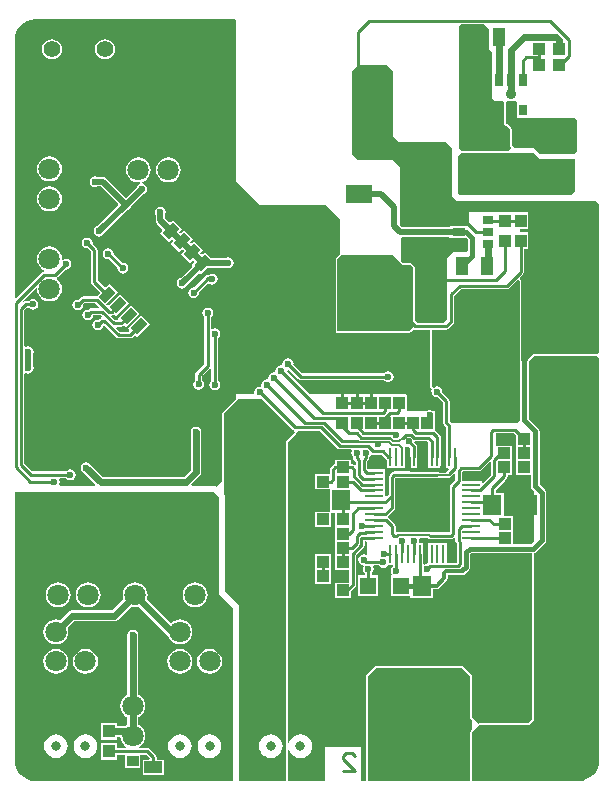
<source format=gbl>
%FSLAX44Y44*%
%MOMM*%
G71*
G01*
G75*
G04 Layer_Physical_Order=2*
G04 Layer_Color=16711680*
%ADD10C,0.4000*%
%ADD11C,0.2540*%
%ADD12R,1.1500X0.7000*%
%ADD13R,0.7000X1.1500*%
%ADD14R,1.0000X1.1000*%
%ADD15R,5.3300X5.5900*%
%ADD16R,6.3500X5.2800*%
%ADD17R,1.1000X1.0000*%
G04:AMPARAMS|DCode=18|XSize=1mm|YSize=1.1mm|CornerRadius=0mm|HoleSize=0mm|Usage=FLASHONLY|Rotation=45.000|XOffset=0mm|YOffset=0mm|HoleType=Round|Shape=Rectangle|*
%AMROTATEDRECTD18*
4,1,4,0.0354,-0.7425,-0.7425,0.0354,-0.0354,0.7425,0.7425,-0.0354,0.0354,-0.7425,0.0*
%
%ADD18ROTATEDRECTD18*%

G04:AMPARAMS|DCode=19|XSize=1mm|YSize=1.1mm|CornerRadius=0mm|HoleSize=0mm|Usage=FLASHONLY|Rotation=135.000|XOffset=0mm|YOffset=0mm|HoleType=Round|Shape=Rectangle|*
%AMROTATEDRECTD19*
4,1,4,0.7425,0.0354,-0.0354,-0.7425,-0.7425,-0.0354,0.0354,0.7425,0.7425,0.0354,0.0*
%
%ADD19ROTATEDRECTD19*%

G04:AMPARAMS|DCode=20|XSize=0.5mm|YSize=1.2mm|CornerRadius=0mm|HoleSize=0mm|Usage=FLASHONLY|Rotation=135.000|XOffset=0mm|YOffset=0mm|HoleType=Round|Shape=Rectangle|*
%AMROTATEDRECTD20*
4,1,4,0.6010,0.2475,-0.2475,-0.6010,-0.6010,-0.2475,0.2475,0.6010,0.6010,0.2475,0.0*
%
%ADD20ROTATEDRECTD20*%

G04:AMPARAMS|DCode=21|XSize=0.5mm|YSize=1.2mm|CornerRadius=0mm|HoleSize=0mm|Usage=FLASHONLY|Rotation=225.000|XOffset=0mm|YOffset=0mm|HoleType=Round|Shape=Rectangle|*
%AMROTATEDRECTD21*
4,1,4,-0.2475,0.6010,0.6010,-0.2475,0.2475,-0.6010,-0.6010,0.2475,-0.2475,0.6010,0.0*
%
%ADD21ROTATEDRECTD21*%

%ADD22O,0.8000X3.0000*%
%ADD23R,0.7620X1.0100*%
%ADD24R,2.2870X1.0100*%
%ADD25R,1.8000X3.7000*%
%ADD26R,0.6000X1.8000*%
G04:AMPARAMS|DCode=27|XSize=0.6mm|YSize=1.8mm|CornerRadius=0.15mm|HoleSize=0mm|Usage=FLASHONLY|Rotation=0.000|XOffset=0mm|YOffset=0mm|HoleType=Round|Shape=RoundedRectangle|*
%AMROUNDEDRECTD27*
21,1,0.6000,1.5000,0,0,0.0*
21,1,0.3000,1.8000,0,0,0.0*
1,1,0.3000,0.1500,-0.7500*
1,1,0.3000,-0.1500,-0.7500*
1,1,0.3000,-0.1500,0.7500*
1,1,0.3000,0.1500,0.7500*
%
%ADD27ROUNDEDRECTD27*%
%ADD28R,1.1000X1.5000*%
%ADD29R,0.6000X0.9000*%
%ADD30C,0.6000*%
%ADD31C,0.4500*%
%ADD32C,1.0000*%
%ADD33C,0.5000*%
%ADD34C,0.1500*%
%ADD35C,0.8000*%
%ADD36C,1.8000*%
%ADD37R,1.8000X1.8000*%
%ADD38R,1.4000X1.4000*%
%ADD39C,1.4000*%
%ADD40C,1.7000*%
%ADD41R,1.8000X1.8000*%
%ADD42P,1.9799X4X360.0*%
%ADD43P,1.9799X4X90.0*%
%ADD44C,0.6000*%
%ADD45C,1.0000*%
%ADD46C,0.9000*%
%ADD47R,1.4000X1.3900*%
%ADD48R,4.8600X3.3600*%
%ADD49R,1.5000X1.0000*%
%ADD50R,1.0000X0.9000*%
%ADD51R,1.6000X1.8000*%
%ADD52O,1.5500X0.2500*%
%ADD53R,1.5500X0.2500*%
%ADD54R,0.2500X1.5500*%
%ADD55R,4.6000X4.6000*%
G04:AMPARAMS|DCode=56|XSize=0.76mm|YSize=1.27mm|CornerRadius=0mm|HoleSize=0mm|Usage=FLASHONLY|Rotation=315.000|XOffset=0mm|YOffset=0mm|HoleType=Round|Shape=Rectangle|*
%AMROTATEDRECTD56*
4,1,4,-0.7177,-0.1803,0.1803,0.7177,0.7177,0.1803,-0.1803,-0.7177,-0.7177,-0.1803,0.0*
%
%ADD56ROTATEDRECTD56*%

%ADD57R,2.2000X1.6000*%
%ADD58R,2.0000X3.5000*%
%ADD59R,0.9000X0.6900*%
%ADD60R,0.9900X0.6900*%
%ADD61R,0.6900X0.9000*%
%ADD62R,0.6900X0.9900*%
%ADD63R,1.4000X1.4000*%
%ADD64R,1.6000X2.9000*%
%ADD65R,1.5000X1.1000*%
%ADD66R,1.8000X1.6000*%
%ADD67R,2.9000X1.6000*%
%ADD68R,3.8100X4.2400*%
%ADD69C,0.1600*%
%ADD70C,0.1800*%
%ADD71C,0.3000*%
G36*
X322820Y603500D02*
Y548500D01*
X327820Y543500D01*
X367820D01*
X372820Y538500D01*
Y531500D01*
Y497500D01*
X376820Y493500D01*
X383820D01*
D01*
X494500Y493500D01*
X497294Y490706D01*
Y365294D01*
X495624Y363624D01*
X442000D01*
X440852Y363148D01*
X436852Y359148D01*
X436376Y358000D01*
X431624Y358000D01*
Y425731D01*
Y425731D01*
X431427Y426207D01*
X431148Y426879D01*
X431148D01*
Y426879D01*
X430606Y427421D01*
X430485Y428618D01*
X430531Y428970D01*
X432940Y431380D01*
X433818Y433500D01*
Y453000D01*
X437320D01*
Y467000D01*
X430000D01*
Y470000D01*
X437320D01*
Y484000D01*
X411320D01*
Y484000D01*
X386820D01*
Y474500D01*
X385820Y473500D01*
X384820Y472500D01*
X370820D01*
X369898Y471578D01*
X330509D01*
X328820Y473268D01*
Y508500D01*
Y522500D01*
X322820Y528500D01*
X292820D01*
Y528500D01*
X287820Y533500D01*
Y603500D01*
X292820Y608500D01*
X317820D01*
X322820Y603500D01*
D02*
G37*
G36*
X276003Y284003D02*
X276919Y283391D01*
X278000Y283176D01*
X287363D01*
X287962Y282056D01*
X287761Y281756D01*
X287412Y280000D01*
X287761Y278244D01*
X288756Y276756D01*
X289176Y276475D01*
Y276000D01*
X289176Y276000D01*
X289391Y274919D01*
X290003Y274003D01*
X291176Y272830D01*
Y270478D01*
X290471Y270186D01*
X289906Y270058D01*
X289081Y270609D01*
X288000Y270824D01*
X287500Y271902D01*
Y274500D01*
X273500D01*
Y270725D01*
X272919Y270609D01*
X272003Y269997D01*
X272003Y269997D01*
X270003Y267997D01*
X269391Y267081D01*
X269176Y266000D01*
X269176Y266000D01*
Y262500D01*
X256500D01*
Y249500D01*
X269500D01*
Y230500D01*
X256500D01*
Y217500D01*
X270500D01*
Y229500D01*
X273500D01*
Y217500D01*
Y205500D01*
X273500D01*
Y194500D01*
X273500D01*
Y181500D01*
X285946D01*
Y170500D01*
X273500D01*
Y157500D01*
X287500D01*
Y163506D01*
X290767Y166773D01*
X290767Y166773D01*
X291379Y167689D01*
X291594Y168770D01*
X291594Y168770D01*
Y193887D01*
X298037Y200329D01*
X298037Y200329D01*
X298649Y201246D01*
X298864Y202327D01*
X298864Y202327D01*
Y205676D01*
X300211D01*
X301103Y204772D01*
X300986Y194894D01*
X299935Y194225D01*
X299708Y194249D01*
X298000Y194588D01*
X296244Y194239D01*
X294756Y193244D01*
X293761Y191756D01*
X293412Y190000D01*
X293761Y188244D01*
X294756Y186756D01*
X296244Y185761D01*
X297418Y185528D01*
X298057Y184274D01*
X298060Y184203D01*
X297761Y183756D01*
X297412Y182000D01*
X297761Y180244D01*
X298756Y178755D01*
X299176Y178475D01*
Y176500D01*
X293500D01*
Y159500D01*
X299660D01*
X300000Y159156D01*
Y159500D01*
X310500D01*
Y176500D01*
X304824D01*
Y178475D01*
X305244Y178755D01*
X306239Y180244D01*
X306588Y182000D01*
X306239Y183756D01*
X306038Y184056D01*
X306637Y185176D01*
X310891D01*
X311506Y184256D01*
X312994Y183261D01*
X314750Y182912D01*
X316506Y183261D01*
X317994Y184256D01*
X318989Y185744D01*
X318990Y185750D01*
X322676D01*
Y184025D01*
X322256Y183744D01*
X321261Y182256D01*
X320912Y180500D01*
X321261Y178744D01*
X321912Y177770D01*
X321500Y176500D01*
X321500D01*
X321500Y176500D01*
Y159500D01*
X337500D01*
Y157500D01*
X356500D01*
Y164941D01*
X360000D01*
X360000Y164941D01*
X361170Y165174D01*
X362163Y165837D01*
X368163Y171837D01*
X368163Y171837D01*
X368826Y172830D01*
X369059Y174000D01*
X369059Y174000D01*
Y176975D01*
X369235Y177151D01*
X380136D01*
X381267Y176926D01*
X382730Y177217D01*
X383970Y178046D01*
X387244Y181320D01*
X388073Y182560D01*
X388363Y184023D01*
Y194416D01*
X389374Y195427D01*
X440376D01*
Y54672D01*
X437327Y51624D01*
X396000Y51624D01*
X394852Y51148D01*
X393954Y52046D01*
X390228Y55772D01*
X390000Y56323D01*
Y90095D01*
X390000Y91327D01*
Y92000D01*
X390000Y92000D01*
X389572Y92428D01*
X389507Y92493D01*
X386000Y96000D01*
X382476Y99524D01*
X382476D01*
X382000Y100000D01*
X308000D01*
X300000Y92000D01*
X300000Y2549D01*
X296898D01*
X296000Y3447D01*
X296000Y31000D01*
X265000Y31000D01*
X265000Y2549D01*
X233624D01*
Y28808D01*
X234894Y29061D01*
X235765Y26957D01*
X237368Y24868D01*
X239457Y23265D01*
X241889Y22257D01*
X244500Y21914D01*
X247111Y22257D01*
X249543Y23265D01*
X251632Y24868D01*
X253235Y26957D01*
X254243Y29390D01*
X254586Y32000D01*
X254243Y34611D01*
X253235Y37043D01*
X251632Y39132D01*
X249543Y40735D01*
X247111Y41743D01*
X244500Y42086D01*
X241889Y41743D01*
X239457Y40735D01*
X237368Y39132D01*
X235765Y37043D01*
X234894Y34939D01*
X233624Y35192D01*
Y95357D01*
X233560Y95511D01*
X233592Y95674D01*
X233567Y95800D01*
X233592Y95926D01*
X233560Y96089D01*
X233624Y96243D01*
Y111357D01*
X233560Y111510D01*
X233592Y111673D01*
X233567Y111800D01*
X233592Y111926D01*
X233560Y112090D01*
X233624Y112243D01*
Y174000D01*
X233624Y289327D01*
X241000Y296704D01*
X241113Y296976D01*
X241329Y297177D01*
X241341Y297528D01*
X241475Y297852D01*
X242090Y299056D01*
X260950D01*
X276003Y284003D01*
D02*
G37*
G36*
X405906Y272252D02*
Y261483D01*
X399423Y255000D01*
X398250Y255486D01*
Y256250D01*
X381493D01*
X381304Y256480D01*
X381304Y256480D01*
Y263995D01*
X382005Y264696D01*
X395520D01*
X395520Y264696D01*
X396601Y264911D01*
X397517Y265523D01*
X404733Y272738D01*
X405906Y272252D01*
D02*
G37*
G36*
X430000Y425731D02*
Y308000D01*
X428000Y306000D01*
X371994D01*
X370824Y307170D01*
Y324000D01*
X370824Y324000D01*
X370609Y325081D01*
X369997Y325997D01*
X369997Y325997D01*
X364490Y331505D01*
X364588Y332000D01*
X364239Y333756D01*
X363244Y335244D01*
X361756Y336239D01*
X360000Y336588D01*
X358244Y336239D01*
X357270Y335588D01*
X356000Y336225D01*
Y384675D01*
X367820D01*
X367820Y384675D01*
X368901Y384891D01*
X369817Y385503D01*
X373817Y389503D01*
X373817Y389503D01*
X374184Y390052D01*
X374429Y390419D01*
X374644Y391500D01*
Y413330D01*
X380450Y419136D01*
X419280D01*
X419280Y419136D01*
X420361Y419351D01*
X421277Y419963D01*
X427832Y426518D01*
X429213D01*
X430000Y425731D01*
D02*
G37*
G36*
X370820Y462500D02*
X384773D01*
X386251Y461022D01*
Y451931D01*
X384820Y450500D01*
X373820D01*
X372820Y449500D01*
X368820Y445500D01*
Y393500D01*
X365820Y390500D01*
X343820D01*
X341444Y392876D01*
Y393500D01*
Y437500D01*
X340968Y438648D01*
X338968Y440648D01*
X337820Y441124D01*
X331493D01*
X329820Y442796D01*
Y462500D01*
X330742Y463422D01*
X369898D01*
X370820Y462500D01*
D02*
G37*
G36*
X330820Y439500D02*
X337820D01*
X339820Y437500D01*
Y393500D01*
Y386500D01*
X336820Y383500D01*
X275820Y383500D01*
X275820Y384500D01*
Y406500D01*
X275820Y444500D01*
X278820Y447500D01*
X322820D01*
X330820Y439500D01*
D02*
G37*
G36*
X375656Y262401D02*
Y257650D01*
X371773Y253767D01*
X371161Y252851D01*
X370946Y251770D01*
X370946Y251770D01*
Y213054D01*
X354000D01*
X353669Y212989D01*
X353566Y213009D01*
X353566Y213009D01*
X326434D01*
X326331Y212989D01*
X326000Y213054D01*
X325054D01*
Y218000D01*
X324839Y219081D01*
X324227Y219997D01*
X318948Y225277D01*
X318762Y225782D01*
X318902Y226908D01*
X323997Y232003D01*
X324609Y232919D01*
X324824Y234000D01*
X324824Y234000D01*
Y244000D01*
Y258748D01*
X325022Y258946D01*
X360000D01*
X360258Y258997D01*
X360470Y258955D01*
X360470Y258955D01*
X369530D01*
X369530Y258955D01*
X370427Y259134D01*
X371188Y259642D01*
X371658Y260112D01*
X371734Y260226D01*
X371997Y260401D01*
X374482Y262887D01*
X375656Y262401D01*
D02*
G37*
G36*
X237893Y299883D02*
X237893Y299883D01*
X238809Y299271D01*
X239364Y299160D01*
X239852Y297852D01*
X232000Y290000D01*
X232000Y174000D01*
Y112243D01*
X231912Y111800D01*
X232000Y111357D01*
Y96243D01*
X231912Y95800D01*
X232000Y95357D01*
Y2549D01*
X192549D01*
Y150000D01*
X192355Y150975D01*
X192172Y151250D01*
X191802Y151802D01*
X180549Y163056D01*
Y244000D01*
X180355Y244975D01*
X180000Y245507D01*
Y296000D01*
X180000Y314000D01*
X192000Y326000D01*
X210000Y326000D01*
X210888Y326888D01*
X237893Y299883D01*
D02*
G37*
G36*
X497451Y360549D02*
Y20000D01*
X497455Y19980D01*
X497122Y16594D01*
X496128Y13319D01*
X494515Y10301D01*
X492344Y7656D01*
X489699Y5485D01*
X486680Y3872D01*
X483406Y2878D01*
X480020Y2545D01*
X480000Y2549D01*
X390898D01*
X390000Y3447D01*
X390000Y44000D01*
X396000Y50000D01*
X438000Y50000D01*
X442000Y54000D01*
Y195516D01*
X443017Y195718D01*
X444257Y196547D01*
X451454Y203743D01*
X452282Y204984D01*
X452573Y206447D01*
Y246553D01*
X452282Y248017D01*
X451454Y249257D01*
X447073Y253637D01*
Y298553D01*
X446782Y300016D01*
X445953Y301257D01*
X438000Y309210D01*
X438000Y358000D01*
X442000Y362000D01*
X496000D01*
X497451Y360549D01*
D02*
G37*
G36*
X175451Y242944D02*
Y162000D01*
X175645Y161024D01*
X176198Y160198D01*
X187451Y148944D01*
Y2549D01*
X20000D01*
X19980Y2545D01*
X16594Y2878D01*
X13319Y3872D01*
X10301Y5485D01*
X7656Y7656D01*
X5485Y10301D01*
X3872Y13319D01*
X2878Y16594D01*
X2545Y19980D01*
X2549Y20000D01*
Y247451D01*
X170944D01*
X175451Y242944D01*
D02*
G37*
G36*
X375656Y208085D02*
Y206103D01*
X375656Y206103D01*
X375871Y205022D01*
X376483Y204106D01*
X376696Y203893D01*
Y187304D01*
X368250D01*
Y204250D01*
X352750D01*
Y187733D01*
X352000Y186588D01*
X350244Y186239D01*
X349594Y185805D01*
X348324Y186483D01*
Y195000D01*
X348250Y195373D01*
Y204250D01*
X345868D01*
X345062Y205232D01*
X345088Y205364D01*
X344753Y207049D01*
X344748Y207271D01*
X345398Y208319D01*
X351946D01*
X352003Y208233D01*
X352919Y207621D01*
X354000Y207406D01*
X372147D01*
X372147Y207406D01*
X373228Y207621D01*
X374144Y208233D01*
X374482Y208571D01*
X375656Y208085D01*
D02*
G37*
G36*
X427000Y295006D02*
Y285500D01*
Y273500D01*
Y261500D01*
X439426D01*
Y252054D01*
X439717Y250590D01*
X440546Y249350D01*
X442000Y247896D01*
Y205104D01*
X439970Y203074D01*
X424500D01*
Y213500D01*
Y226500D01*
X416500D01*
Y246500D01*
X409824D01*
Y249147D01*
X418997Y258320D01*
X419609Y259236D01*
X419824Y260317D01*
Y261500D01*
X424000D01*
Y273500D01*
Y286500D01*
X410000D01*
X410000Y287770D01*
Y296946D01*
X425060D01*
X427000Y295006D01*
D02*
G37*
G36*
X388376Y91327D02*
Y56000D01*
X388852Y54852D01*
X390000Y53704D01*
Y46296D01*
X388852Y45148D01*
X388376Y44000D01*
X388376Y3447D01*
X387776Y2549D01*
X302522D01*
X301624Y3447D01*
X301624Y91327D01*
X308673Y98376D01*
X381328D01*
X388376Y91327D01*
D02*
G37*
G36*
X20000Y647451D02*
X189102D01*
X190000Y646553D01*
X190000Y510000D01*
X210000Y490000D01*
X266000D01*
X278000Y478000D01*
X278000Y448784D01*
X277672Y448648D01*
X274672Y445648D01*
X274196Y444500D01*
X274196Y406500D01*
Y384500D01*
X274196Y384500D01*
X274196Y384500D01*
X274196Y383500D01*
X274441Y382909D01*
X274672Y382352D01*
X274672Y382352D01*
X274672Y382352D01*
X275229Y382121D01*
X275820Y381876D01*
X336820Y381876D01*
X337968Y382352D01*
X340616Y385000D01*
X341820Y384502D01*
X354376D01*
Y336225D01*
X354478Y335979D01*
X354459Y335714D01*
X354707Y335427D01*
X354852Y335077D01*
X355098Y334975D01*
X355272Y334774D01*
X356000Y334409D01*
Y334102D01*
X355129Y332000D01*
X355490D01*
X355490Y332000D01*
X355529Y331411D01*
X355644Y330833D01*
X355834Y330274D01*
X356095Y329745D01*
X356422Y329255D01*
X356811Y328811D01*
X357255Y328422D01*
X357745Y328094D01*
X358274Y327834D01*
X358833Y327644D01*
X359411Y327529D01*
X360000Y327490D01*
X360545Y327526D01*
X365221Y322849D01*
Y306000D01*
X365256Y305565D01*
X365357Y305141D01*
X365524Y304739D01*
X365752Y304367D01*
X366035Y304035D01*
X367721Y302349D01*
Y290000D01*
X367676D01*
Y277000D01*
X367750Y276626D01*
Y267750D01*
X369698D01*
X370184Y266576D01*
X368003Y264396D01*
X367501Y263645D01*
X362079D01*
X361997Y263767D01*
X361081Y264380D01*
X360000Y264594D01*
X323853D01*
X322772Y264380D01*
X321856Y263767D01*
X321856Y263767D01*
X320003Y261915D01*
X319391Y260998D01*
X319176Y259918D01*
X319176Y259917D01*
Y245170D01*
X317424Y243418D01*
X316250Y243904D01*
Y245750D01*
Y250750D01*
Y255750D01*
Y260750D01*
Y266250D01*
X307374D01*
X307000Y266325D01*
X301670D01*
X300864Y267130D01*
Y272870D01*
X301997Y274003D01*
X302609Y274919D01*
X302824Y276000D01*
X302706Y276596D01*
X302944Y276756D01*
X303939Y278244D01*
X303964Y278369D01*
X305129Y279041D01*
X306210Y278826D01*
X313180D01*
X317003Y275003D01*
X317003Y275003D01*
X317552Y274636D01*
X317750Y274504D01*
Y267750D01*
X333250D01*
Y284898D01*
X333610Y285210D01*
X334520Y285706D01*
X336000Y285412D01*
X336495Y285510D01*
X337676Y284330D01*
Y277000D01*
X337750Y276626D01*
Y267750D01*
X343250D01*
Y276626D01*
X343324Y277000D01*
Y285500D01*
X343250Y285874D01*
Y286250D01*
X343175D01*
X343109Y286581D01*
X342497Y287497D01*
X340905Y289089D01*
X340905Y289093D01*
X341435Y290212D01*
X341822Y290310D01*
X351696D01*
X352676Y289330D01*
Y277000D01*
X352750Y276626D01*
Y267750D01*
X363250D01*
Y276626D01*
X363324Y277000D01*
Y290000D01*
X363278D01*
Y293500D01*
X363248Y293881D01*
X363206Y294093D01*
X363142Y294359D01*
X362976Y294762D01*
X362833Y294994D01*
X362712Y295175D01*
X362465Y295465D01*
X358791Y299139D01*
X358500Y299387D01*
Y311230D01*
D01*
X358500Y311862D01*
Y311863D01*
Y311863D01*
X358508Y311992D01*
X358509Y311999D01*
X358500Y312500D01*
X358492D01*
X358488D01*
X358482D01*
X358476D01*
X358470Y312588D01*
X358355Y313167D01*
X358166Y313725D01*
X358000Y314061D01*
Y316000D01*
X356061D01*
X355725Y316166D01*
X355167Y316355D01*
X354588Y316470D01*
X353999Y316509D01*
X353411Y316470D01*
X352832Y316355D01*
X352273Y316166D01*
X351937Y316000D01*
X335398Y316000D01*
X334500Y316898D01*
Y329500D01*
X334000D01*
Y330000D01*
X252240D01*
X233044Y349197D01*
X233571Y350245D01*
X234044Y350411D01*
X234851Y350449D01*
X242640Y342660D01*
X244760Y341782D01*
X315151D01*
X315336Y341336D01*
X318780Y339909D01*
X322224Y341336D01*
X323651Y344780D01*
X322224Y348224D01*
X318780Y349651D01*
X315336Y348224D01*
X315151Y347778D01*
X246002D01*
X238456Y355324D01*
X238641Y355770D01*
X237214Y359214D01*
X233770Y360641D01*
X230326Y359214D01*
X228899Y355770D01*
X228900Y355768D01*
X228064Y354932D01*
X227912Y354834D01*
X224556Y353444D01*
X223129Y350000D01*
X223293Y349605D01*
X222395Y348707D01*
X222000Y348871D01*
X218556Y347444D01*
X217129Y344000D01*
X217293Y343605D01*
X216395Y342707D01*
X216000Y342871D01*
X212556Y341444D01*
X211129Y338000D01*
X211408Y337328D01*
X210510Y336430D01*
X210000Y336641D01*
X206556Y335214D01*
X205129Y331770D01*
X205425Y331056D01*
X204719Y330000D01*
X190000D01*
Y326296D01*
X178852Y315148D01*
X178376Y314000D01*
X178376Y296000D01*
Y256376D01*
X173802Y251802D01*
X172975Y252355D01*
X172000Y252549D01*
X152697D01*
X152211Y253722D01*
X159244Y260756D01*
X160239Y262244D01*
X160588Y264000D01*
Y298000D01*
X160239Y299756D01*
X159244Y301244D01*
X157756Y302239D01*
X156000Y302588D01*
X154244Y302239D01*
X152756Y301244D01*
X151761Y299756D01*
X151412Y298000D01*
Y265900D01*
X145599Y260088D01*
X77351D01*
X66294Y271145D01*
X64806Y272139D01*
X63050Y272488D01*
X61294Y272139D01*
X59806Y271145D01*
X58811Y269656D01*
X58462Y267900D01*
X58811Y266145D01*
X59806Y264656D01*
X70739Y253722D01*
X70253Y252549D01*
X40634D01*
X39955Y253819D01*
X40239Y254244D01*
X40588Y256000D01*
X40255Y257676D01*
X40258Y257949D01*
X40791Y258946D01*
X46245D01*
X46526Y258526D01*
X48014Y257531D01*
X49770Y257182D01*
X51526Y257531D01*
X53014Y258526D01*
X54009Y260014D01*
X54358Y261770D01*
X54009Y263526D01*
X53014Y265014D01*
X51526Y266009D01*
X49770Y266358D01*
X48014Y266009D01*
X46526Y265014D01*
X46245Y264594D01*
X17400D01*
X10634Y271360D01*
Y347309D01*
X11904Y347988D01*
X12244Y347761D01*
X14000Y347412D01*
X15756Y347761D01*
X17244Y348756D01*
X18239Y350244D01*
X18588Y352000D01*
X18239Y353756D01*
X18078Y353996D01*
Y364004D01*
X18239Y364244D01*
X18588Y366000D01*
X18239Y367756D01*
X17244Y369244D01*
X15756Y370239D01*
X14000Y370588D01*
X12244Y370239D01*
X11904Y370012D01*
X10634Y370690D01*
Y400870D01*
X12940Y403176D01*
X14475D01*
X14756Y402756D01*
X16244Y401761D01*
X18000Y401412D01*
X19756Y401761D01*
X21244Y402756D01*
X22239Y404244D01*
X22588Y406000D01*
X22239Y407756D01*
X21244Y409244D01*
X19756Y410239D01*
X18000Y410588D01*
X16244Y410239D01*
X14756Y409244D01*
X14475Y408824D01*
X11770D01*
X10689Y408609D01*
X10282Y408338D01*
X9473Y409324D01*
X20325Y420176D01*
X21464Y419615D01*
X21409Y419200D01*
X21770Y416459D01*
X22828Y413905D01*
X24511Y411712D01*
X26705Y410028D01*
X29259Y408970D01*
X32000Y408610D01*
X34741Y408970D01*
X37295Y410028D01*
X39489Y411712D01*
X41172Y413905D01*
X42230Y416459D01*
X42591Y419200D01*
X42230Y421941D01*
X41172Y424496D01*
X39489Y426689D01*
X38700Y427294D01*
X38770Y428841D01*
X38967Y428973D01*
X45504Y435510D01*
X46000Y435412D01*
X47756Y435761D01*
X49244Y436756D01*
X50239Y438244D01*
X50588Y440000D01*
X50239Y441756D01*
X49244Y443244D01*
X47756Y444239D01*
X46000Y444588D01*
X44244Y444239D01*
X43784Y443931D01*
X42591Y444600D01*
X42230Y447341D01*
X41172Y449896D01*
X39489Y452089D01*
X37295Y453772D01*
X34741Y454830D01*
X32000Y455191D01*
X29259Y454830D01*
X26705Y453772D01*
X24511Y452089D01*
X22828Y449896D01*
X21770Y447341D01*
X21409Y444600D01*
X21770Y441859D01*
X22828Y439305D01*
X24511Y437112D01*
X26705Y435429D01*
X27584Y435065D01*
X27555Y434919D01*
X27125Y433795D01*
X26044Y433579D01*
X25128Y432967D01*
X25128Y432967D01*
X3722Y411562D01*
X2549Y412048D01*
Y630000D01*
X2545Y630020D01*
X2878Y633406D01*
X3872Y636680D01*
X5485Y639699D01*
X7656Y642344D01*
X10301Y644515D01*
X13319Y646128D01*
X16594Y647122D01*
X19980Y647455D01*
X20000Y647451D01*
D02*
G37*
G36*
X401820Y641500D02*
X403820Y639500D01*
Y622500D01*
X406820Y619500D01*
Y615500D01*
Y580500D01*
X408820Y578500D01*
X415820D01*
X417197Y577124D01*
Y558500D01*
X417672Y557352D01*
X418820Y556876D01*
X419147D01*
X421672Y554352D01*
X422197Y553827D01*
Y540500D01*
X422672Y539352D01*
X422820Y539204D01*
Y538500D01*
X420444Y536124D01*
X381197D01*
X378820Y538500D01*
Y641500D01*
X380496Y643176D01*
X400144D01*
X401820Y641500D01*
D02*
G37*
G36*
X446820Y529500D02*
X476820D01*
Y501500D01*
X473820Y498500D01*
X379820D01*
X377820Y500500D01*
Y508500D01*
Y531500D01*
X380820Y534500D01*
X441820D01*
X446820Y529500D01*
D02*
G37*
G36*
X427820Y577500D02*
Y564500D01*
X428820Y563500D01*
X476820D01*
X478820Y561500D01*
Y536500D01*
Y535500D01*
X476820Y533500D01*
X446820D01*
X441820Y538500D01*
X425820D01*
X423820Y540500D01*
Y554500D01*
X422820Y555500D01*
X419820Y558500D01*
X418820D01*
Y577500D01*
X419820Y578500D01*
X422231D01*
X422820Y578383D01*
X423408Y578500D01*
X426820D01*
X427820Y577500D01*
D02*
G37*
%LPC*%
G36*
X102485Y130588D02*
X100729Y130239D01*
X99241Y129244D01*
X98246Y127756D01*
X97897Y126000D01*
Y75465D01*
X97190Y75172D01*
X94996Y73489D01*
X93313Y71295D01*
X92255Y68741D01*
X91894Y66000D01*
X92255Y63259D01*
X93313Y60705D01*
X94996Y58511D01*
X97190Y56828D01*
X97897Y56535D01*
Y50065D01*
X97190Y49772D01*
X96299Y49088D01*
X88985D01*
Y51500D01*
X75985D01*
Y37500D01*
X88985D01*
Y39912D01*
X91985D01*
X92255Y37859D01*
X93313Y35305D01*
X94996Y33111D01*
X96973Y31594D01*
X96840Y30733D01*
X96634Y30324D01*
X88985D01*
Y34500D01*
X75985D01*
Y20500D01*
X88985D01*
Y24676D01*
X95985D01*
Y13500D01*
X108985D01*
Y24676D01*
X113815D01*
X116721Y21770D01*
X116195Y20500D01*
X110985D01*
Y7500D01*
X128985D01*
Y20500D01*
X122809D01*
Y22500D01*
X122809Y22500D01*
X122594Y23581D01*
X121982Y24497D01*
X116982Y29497D01*
X116066Y30109D01*
X114985Y30324D01*
X114985Y30324D01*
X108336D01*
X108130Y30733D01*
X107997Y31594D01*
X109974Y33111D01*
X111657Y35305D01*
X112715Y37859D01*
X113076Y40600D01*
X112715Y43341D01*
X111657Y45895D01*
X109974Y48089D01*
X107780Y49772D01*
X107073Y50065D01*
Y56535D01*
X107780Y56828D01*
X109974Y58511D01*
X111657Y60705D01*
X112715Y63259D01*
X113076Y66000D01*
X112715Y68741D01*
X111657Y71295D01*
X109974Y73489D01*
X107780Y75172D01*
X107073Y75465D01*
Y126000D01*
X106724Y127756D01*
X105729Y129244D01*
X104241Y130239D01*
X102485Y130588D01*
D02*
G37*
G36*
X167500Y114391D02*
X164759Y114030D01*
X162205Y112972D01*
X160011Y111289D01*
X158328Y109095D01*
X157270Y106541D01*
X156909Y103800D01*
X157270Y101059D01*
X158328Y98505D01*
X160011Y96311D01*
X162205Y94628D01*
X164759Y93570D01*
X167500Y93209D01*
X170241Y93570D01*
X172795Y94628D01*
X174989Y96311D01*
X176672Y98505D01*
X177730Y101059D01*
X178091Y103800D01*
X177730Y106541D01*
X176672Y109095D01*
X174989Y111289D01*
X172795Y112972D01*
X170241Y114030D01*
X167500Y114391D01*
D02*
G37*
G36*
X219500Y42086D02*
X216889Y41743D01*
X214457Y40735D01*
X212368Y39132D01*
X210765Y37043D01*
X209757Y34611D01*
X209414Y32000D01*
X209757Y29390D01*
X210765Y26957D01*
X212368Y24868D01*
X214457Y23265D01*
X216889Y22257D01*
X219500Y21914D01*
X222111Y22257D01*
X224543Y23265D01*
X226632Y24868D01*
X228235Y26957D01*
X229243Y29390D01*
X229586Y32000D01*
X229243Y34611D01*
X228235Y37043D01*
X226632Y39132D01*
X224543Y40735D01*
X222111Y41743D01*
X219500Y42086D01*
D02*
G37*
G36*
X142500Y114391D02*
X139759Y114030D01*
X137205Y112972D01*
X135011Y111289D01*
X133328Y109095D01*
X132270Y106541D01*
X131909Y103800D01*
X132270Y101059D01*
X133328Y98505D01*
X135011Y96311D01*
X137205Y94628D01*
X139759Y93570D01*
X142500Y93209D01*
X145241Y93570D01*
X147795Y94628D01*
X149989Y96311D01*
X151672Y98505D01*
X152730Y101059D01*
X153091Y103800D01*
X152730Y106541D01*
X151672Y109095D01*
X149989Y111289D01*
X147795Y112972D01*
X145241Y114030D01*
X142500Y114391D01*
D02*
G37*
G36*
X62500D02*
X59759Y114030D01*
X57205Y112972D01*
X55011Y111289D01*
X53328Y109095D01*
X52270Y106541D01*
X51909Y103800D01*
X52270Y101059D01*
X53328Y98505D01*
X55011Y96311D01*
X57205Y94628D01*
X59759Y93570D01*
X62500Y93209D01*
X65241Y93570D01*
X67795Y94628D01*
X69989Y96311D01*
X71672Y98505D01*
X72730Y101059D01*
X73091Y103800D01*
X72730Y106541D01*
X71672Y109095D01*
X69989Y111289D01*
X67795Y112972D01*
X65241Y114030D01*
X62500Y114391D01*
D02*
G37*
G36*
X37500D02*
X34759Y114030D01*
X32205Y112972D01*
X30011Y111289D01*
X28328Y109095D01*
X27270Y106541D01*
X26909Y103800D01*
X27270Y101059D01*
X28328Y98505D01*
X30011Y96311D01*
X32205Y94628D01*
X34759Y93570D01*
X37500Y93209D01*
X40241Y93570D01*
X42795Y94628D01*
X44989Y96311D01*
X46672Y98505D01*
X47730Y101059D01*
X48091Y103800D01*
X47730Y106541D01*
X46672Y109095D01*
X44989Y111289D01*
X42795Y112972D01*
X40241Y114030D01*
X37500Y114391D01*
D02*
G37*
G36*
Y42086D02*
X34890Y41743D01*
X32457Y40735D01*
X30368Y39132D01*
X28765Y37043D01*
X27757Y34611D01*
X27414Y32000D01*
X27757Y29390D01*
X28765Y26957D01*
X30368Y24868D01*
X32457Y23265D01*
X34890Y22257D01*
X37500Y21914D01*
X40111Y22257D01*
X42543Y23265D01*
X44632Y24868D01*
X46235Y26957D01*
X47243Y29390D01*
X47586Y32000D01*
X47243Y34611D01*
X46235Y37043D01*
X44632Y39132D01*
X42543Y40735D01*
X40111Y41743D01*
X37500Y42086D01*
D02*
G37*
G36*
X34000Y630573D02*
X31781Y630281D01*
X29713Y629425D01*
X27938Y628062D01*
X26575Y626287D01*
X25719Y624219D01*
X25427Y622000D01*
X25719Y619781D01*
X26575Y617713D01*
X27938Y615938D01*
X29713Y614575D01*
X31781Y613719D01*
X34000Y613427D01*
X36219Y613719D01*
X38287Y614575D01*
X40062Y615938D01*
X41425Y617713D01*
X42281Y619781D01*
X42573Y622000D01*
X42281Y624219D01*
X41425Y626287D01*
X40062Y628062D01*
X38287Y629425D01*
X36219Y630281D01*
X34000Y630573D01*
D02*
G37*
G36*
X79000D02*
X76781Y630281D01*
X74714Y629425D01*
X72938Y628062D01*
X71575Y626287D01*
X70719Y624219D01*
X70427Y622000D01*
X70719Y619781D01*
X71575Y617713D01*
X72938Y615938D01*
X74714Y614575D01*
X76781Y613719D01*
X79000Y613427D01*
X81219Y613719D01*
X83287Y614575D01*
X85063Y615938D01*
X86425Y617713D01*
X87282Y619781D01*
X87574Y622000D01*
X87282Y624219D01*
X86425Y626287D01*
X85063Y628062D01*
X83287Y629425D01*
X81219Y630281D01*
X79000Y630573D01*
D02*
G37*
G36*
X167500Y42086D02*
X164890Y41743D01*
X162457Y40735D01*
X160368Y39132D01*
X158765Y37043D01*
X157757Y34611D01*
X157414Y32000D01*
X157757Y29390D01*
X158765Y26957D01*
X160368Y24868D01*
X162457Y23265D01*
X164890Y22257D01*
X167500Y21914D01*
X170110Y22257D01*
X172543Y23265D01*
X174632Y24868D01*
X176235Y26957D01*
X177243Y29390D01*
X177586Y32000D01*
X177243Y34611D01*
X176235Y37043D01*
X174632Y39132D01*
X172543Y40735D01*
X170110Y41743D01*
X167500Y42086D01*
D02*
G37*
G36*
X142500D02*
X139889Y41743D01*
X137457Y40735D01*
X135368Y39132D01*
X133765Y37043D01*
X132757Y34611D01*
X132414Y32000D01*
X132757Y29390D01*
X133765Y26957D01*
X135368Y24868D01*
X137457Y23265D01*
X139889Y22257D01*
X142500Y21914D01*
X145111Y22257D01*
X147543Y23265D01*
X149632Y24868D01*
X151235Y26957D01*
X152243Y29390D01*
X152586Y32000D01*
X152243Y34611D01*
X151235Y37043D01*
X149632Y39132D01*
X147543Y40735D01*
X145111Y41743D01*
X142500Y42086D01*
D02*
G37*
G36*
X62500D02*
X59889Y41743D01*
X57457Y40735D01*
X55368Y39132D01*
X53765Y37043D01*
X52757Y34611D01*
X52414Y32000D01*
X52757Y29390D01*
X53765Y26957D01*
X55368Y24868D01*
X57457Y23265D01*
X59889Y22257D01*
X62500Y21914D01*
X65111Y22257D01*
X67543Y23265D01*
X69632Y24868D01*
X71235Y26957D01*
X72243Y29390D01*
X72586Y32000D01*
X72243Y34611D01*
X71235Y37043D01*
X69632Y39132D01*
X67543Y40735D01*
X65111Y41743D01*
X62500Y42086D01*
D02*
G37*
G36*
X166000Y403157D02*
X164244Y402808D01*
X162756Y401813D01*
X161761Y400324D01*
X161412Y398569D01*
X161761Y396813D01*
X162756Y395324D01*
X163176Y395044D01*
Y355330D01*
X156233Y348387D01*
X155620Y347471D01*
X155406Y346390D01*
X155406Y346390D01*
Y341755D01*
X154986Y341474D01*
X153991Y339986D01*
X153642Y338230D01*
X153991Y336474D01*
X154986Y334986D01*
X156474Y333991D01*
X158230Y333642D01*
X159986Y333991D01*
X161474Y334986D01*
X162469Y336474D01*
X162818Y338230D01*
X162469Y339986D01*
X161474Y341474D01*
X161054Y341755D01*
Y345220D01*
X167906Y352072D01*
X168292Y352033D01*
X169176Y351641D01*
Y341525D01*
X168756Y341244D01*
X167761Y339756D01*
X167412Y338000D01*
X167761Y336244D01*
X168756Y334756D01*
X170244Y333761D01*
X172000Y333412D01*
X173756Y333761D01*
X175244Y334756D01*
X176239Y336244D01*
X176588Y338000D01*
X176239Y339756D01*
X175244Y341244D01*
X174824Y341525D01*
Y377730D01*
X175244Y378011D01*
X176239Y379499D01*
X176588Y381255D01*
X176239Y383011D01*
X175244Y384499D01*
X173756Y385494D01*
X172000Y385843D01*
X170244Y385494D01*
X169944Y385294D01*
X168824Y385892D01*
Y395044D01*
X169244Y395324D01*
X170239Y396813D01*
X170588Y398569D01*
X170239Y400324D01*
X169244Y401813D01*
X167756Y402808D01*
X166000Y403157D01*
D02*
G37*
G36*
X32000Y505991D02*
X29259Y505630D01*
X26705Y504572D01*
X24511Y502889D01*
X22828Y500695D01*
X21770Y498141D01*
X21409Y495400D01*
X21770Y492659D01*
X22828Y490105D01*
X24511Y487911D01*
X26705Y486228D01*
X29259Y485171D01*
X32000Y484810D01*
X34741Y485171D01*
X37295Y486228D01*
X39489Y487911D01*
X41172Y490105D01*
X42230Y492659D01*
X42591Y495400D01*
X42230Y498141D01*
X41172Y500695D01*
X39489Y502889D01*
X37295Y504572D01*
X34741Y505630D01*
X32000Y505991D01*
D02*
G37*
G36*
X107300Y530591D02*
X104559Y530230D01*
X102005Y529172D01*
X99811Y527489D01*
X98128Y525295D01*
X97070Y522741D01*
X96709Y520000D01*
X97070Y517259D01*
X98128Y514705D01*
X99811Y512511D01*
X102005Y510828D01*
X104559Y509770D01*
X107300Y509409D01*
X108258Y509536D01*
X108465Y508282D01*
X108244Y508238D01*
X106756Y507243D01*
X105761Y505755D01*
X105702Y505460D01*
X96603Y496361D01*
X80080Y512884D01*
X78757Y513768D01*
X78498Y513820D01*
X77196Y514078D01*
X77196Y514078D01*
X72496D01*
X72256Y514239D01*
X70500Y514588D01*
X68744Y514239D01*
X67256Y513244D01*
X66261Y511756D01*
X65912Y510000D01*
X66261Y508244D01*
X67256Y506756D01*
X68744Y505761D01*
X70500Y505412D01*
X72256Y505761D01*
X72496Y505922D01*
X75507D01*
X90200Y491228D01*
Y489958D01*
X72503Y472261D01*
X72220Y472205D01*
X70731Y471210D01*
X69737Y469721D01*
X69387Y467966D01*
X69737Y466210D01*
X70731Y464721D01*
X72220Y463727D01*
X73976Y463377D01*
X75731Y463727D01*
X77220Y464721D01*
X78215Y466210D01*
X78271Y466493D01*
X98075Y486298D01*
X98359Y486354D01*
X99847Y487349D01*
X100842Y488837D01*
X100898Y489121D01*
X111484Y499706D01*
X111756Y499760D01*
X113244Y500755D01*
X114239Y502243D01*
X114588Y503999D01*
X114239Y505755D01*
X113244Y507243D01*
X111756Y508238D01*
X110252Y508537D01*
X110041Y509770D01*
X112595Y510828D01*
X114789Y512511D01*
X116472Y514705D01*
X117530Y517259D01*
X117890Y520000D01*
X117530Y522741D01*
X116472Y525295D01*
X114789Y527489D01*
X112595Y529172D01*
X110041Y530230D01*
X107300Y530591D01*
D02*
G37*
G36*
X126000Y488587D02*
X124244Y488238D01*
X122755Y487243D01*
X121761Y485755D01*
X121412Y483999D01*
X121761Y482243D01*
X121921Y482003D01*
Y477137D01*
X121921Y477137D01*
X122180Y475835D01*
X122232Y475576D01*
X123116Y474253D01*
X127608Y469761D01*
Y468491D01*
X125576Y466459D01*
X133071Y458964D01*
X135622Y461515D01*
X136513Y460750D01*
X136542Y459465D01*
X134556Y457479D01*
X142051Y449983D01*
X144602Y452534D01*
X145493Y451769D01*
X145522Y450485D01*
X143536Y448498D01*
X151031Y441003D01*
X153582Y443554D01*
X154473Y442789D01*
X154502Y441504D01*
X152516Y439519D01*
X152745Y439290D01*
Y438020D01*
X143021Y428295D01*
X142738Y428239D01*
X141249Y427244D01*
X140254Y425756D01*
X139905Y424000D01*
X140254Y422244D01*
X141249Y420756D01*
X142738Y419761D01*
X144493Y419412D01*
X146249Y419761D01*
X147738Y420756D01*
X148732Y422244D01*
X148789Y422528D01*
X158513Y432252D01*
X159783D01*
X160012Y432023D01*
X165232Y437243D01*
X181325D01*
X181566Y437083D01*
X183322Y436733D01*
X185077Y437083D01*
X186566Y438077D01*
X187561Y439566D01*
X187910Y441322D01*
X187561Y443077D01*
X186566Y444566D01*
X185077Y445560D01*
X183322Y445910D01*
X181566Y445560D01*
X181325Y445400D01*
X168838D01*
X163618Y450620D01*
X161632Y448634D01*
X160347Y448664D01*
X159583Y449554D01*
X162133Y452105D01*
X154638Y459600D01*
X152652Y457614D01*
X151367Y457644D01*
X150602Y458534D01*
X153153Y461085D01*
X145658Y468580D01*
X143672Y466594D01*
X142387Y466624D01*
X141621Y467514D01*
X144173Y470065D01*
X136677Y477561D01*
X134645Y475529D01*
X133375D01*
X130078Y478826D01*
Y482003D01*
X130239Y482243D01*
X130588Y483999D01*
X130239Y485755D01*
X129244Y487243D01*
X127755Y488238D01*
X126000Y488587D01*
D02*
G37*
G36*
X169789Y431895D02*
X168033Y431546D01*
X166734Y430678D01*
X166000Y430824D01*
X164919Y430609D01*
X164003Y429997D01*
X164003Y429997D01*
X154495Y420490D01*
X154000Y420588D01*
X152244Y420239D01*
X150756Y419244D01*
X149761Y417756D01*
X149412Y416000D01*
X149761Y414244D01*
X150756Y412756D01*
X152244Y411761D01*
X154000Y411412D01*
X155756Y411761D01*
X157244Y412756D01*
X158239Y414244D01*
X158588Y416000D01*
X158490Y416496D01*
X166100Y424106D01*
X166544Y424062D01*
X168033Y423068D01*
X169789Y422719D01*
X171544Y423068D01*
X173033Y424062D01*
X174028Y425551D01*
X174377Y427307D01*
X174028Y429063D01*
X173033Y430551D01*
X171544Y431546D01*
X169789Y431895D01*
D02*
G37*
G36*
X64011Y462578D02*
X62255Y462228D01*
X60766Y461234D01*
X59772Y459745D01*
X59422Y457989D01*
X59772Y456234D01*
X60766Y454745D01*
X62255Y453750D01*
X64011Y453401D01*
X64506Y453500D01*
X67176Y450830D01*
Y425373D01*
X67176Y425373D01*
X67391Y424293D01*
X68003Y423376D01*
X74613Y416766D01*
Y415496D01*
X71941Y412824D01*
X60440D01*
X60440Y412824D01*
X59359Y412609D01*
X58443Y411997D01*
X58443Y411997D01*
X56509Y410063D01*
X56014Y410162D01*
X54258Y409813D01*
X52769Y408818D01*
X51775Y407329D01*
X51426Y405574D01*
X51775Y403818D01*
X52769Y402329D01*
X54258Y401335D01*
X56014Y400985D01*
X57770Y401335D01*
X59258Y402329D01*
X60253Y403818D01*
X60602Y405574D01*
X60503Y406069D01*
X61610Y407176D01*
X70830D01*
X74008Y403998D01*
X73522Y402824D01*
X67410D01*
X67410Y402824D01*
X66330Y402609D01*
X65413Y401997D01*
X65413Y401997D01*
X64994Y401578D01*
X64499Y401677D01*
X62743Y401327D01*
X61255Y400333D01*
X60260Y398844D01*
X59911Y397089D01*
X60260Y395333D01*
X61255Y393844D01*
X62743Y392850D01*
X64499Y392500D01*
X66255Y392850D01*
X67743Y393844D01*
X68738Y395333D01*
X69087Y397089D01*
X69159Y397176D01*
X75117D01*
X76245Y396048D01*
X75790Y394707D01*
X75300Y394609D01*
X74384Y393997D01*
X74384Y393997D01*
X73479Y393092D01*
X72984Y393191D01*
X71228Y392842D01*
X69740Y391847D01*
X68745Y390359D01*
X68396Y388603D01*
X68745Y386847D01*
X69740Y385359D01*
X71228Y384364D01*
X72984Y384015D01*
X74740Y384364D01*
X76228Y385359D01*
X77223Y386847D01*
X77341Y387442D01*
X78719Y387860D01*
X88576Y378003D01*
X88576Y378003D01*
X89492Y377391D01*
X90573Y377176D01*
X100493D01*
X100493Y377176D01*
X101574Y377391D01*
X102490Y378003D01*
X103745Y379257D01*
X105015D01*
X106130Y378142D01*
X117232Y389243D01*
X109736Y396739D01*
X98635Y385637D01*
X99750Y384521D01*
Y383251D01*
X99324Y382824D01*
X91743D01*
X88565Y386002D01*
X89051Y387176D01*
X92533D01*
X92533Y387176D01*
X93614Y387391D01*
X94530Y388003D01*
X95399Y388872D01*
X97150Y387122D01*
X108251Y398223D01*
X100756Y405718D01*
X89655Y394617D01*
X90177Y394094D01*
X89651Y392824D01*
X87457D01*
X84346Y395934D01*
X84439Y396443D01*
X84847Y397230D01*
X85653Y397391D01*
X86389Y397882D01*
X88170Y396102D01*
X99271Y407203D01*
X91776Y414699D01*
X82217Y405139D01*
X80932Y405169D01*
X80166Y406059D01*
X90291Y416184D01*
X82796Y423679D01*
X79877Y420761D01*
X78607D01*
X72824Y426543D01*
Y452000D01*
X72609Y453081D01*
X71997Y453997D01*
X71997Y453997D01*
X68500Y457494D01*
X68599Y457989D01*
X68249Y459745D01*
X67255Y461234D01*
X65766Y462228D01*
X64011Y462578D01*
D02*
G37*
G36*
X81754Y453462D02*
X79998Y453112D01*
X78509Y452118D01*
X77515Y450629D01*
X77165Y448873D01*
X77515Y447118D01*
X78509Y445629D01*
X79998Y444635D01*
X81754Y444285D01*
X82249Y444384D01*
X89510Y437123D01*
X89412Y436627D01*
X89761Y434871D01*
X90756Y433383D01*
X92244Y432388D01*
X94000Y432039D01*
X95756Y432388D01*
X97244Y433383D01*
X98239Y434871D01*
X98588Y436627D01*
X98239Y438383D01*
X97244Y439871D01*
X95756Y440866D01*
X94000Y441215D01*
X93504Y441117D01*
X86243Y448378D01*
X86342Y448873D01*
X85992Y450629D01*
X84998Y452118D01*
X83509Y453112D01*
X81754Y453462D01*
D02*
G37*
G36*
X39300Y170591D02*
X36559Y170230D01*
X34005Y169172D01*
X31811Y167489D01*
X30128Y165296D01*
X29070Y162741D01*
X28709Y160000D01*
X29070Y157259D01*
X30128Y154705D01*
X31811Y152512D01*
X34005Y150829D01*
X36559Y149770D01*
X39300Y149410D01*
X42041Y149770D01*
X44595Y150829D01*
X46789Y152512D01*
X48472Y154705D01*
X49530Y157259D01*
X49891Y160000D01*
X49530Y162741D01*
X48472Y165296D01*
X46789Y167489D01*
X44595Y169172D01*
X42041Y170230D01*
X39300Y170591D01*
D02*
G37*
G36*
X155400Y170590D02*
X152659Y170229D01*
X150105Y169172D01*
X147911Y167488D01*
X146228Y165295D01*
X145170Y162741D01*
X144810Y160000D01*
X145170Y157259D01*
X146228Y154705D01*
X147911Y152511D01*
X150105Y150828D01*
X152659Y149770D01*
X155400Y149409D01*
X158141Y149770D01*
X160695Y150828D01*
X162889Y152511D01*
X164572Y154705D01*
X165630Y157259D01*
X165991Y160000D01*
X165630Y162741D01*
X164572Y165295D01*
X162889Y167488D01*
X160695Y169172D01*
X158141Y170229D01*
X155400Y170590D01*
D02*
G37*
G36*
X104600D02*
X101859Y170229D01*
X99305Y169172D01*
X97111Y167488D01*
X95428Y165295D01*
X94370Y162741D01*
X94010Y160000D01*
X94370Y157259D01*
X94663Y156552D01*
X85000Y146888D01*
X51000D01*
X49244Y146539D01*
X47756Y145544D01*
X40948Y138737D01*
X40241Y139030D01*
X37500Y139391D01*
X34759Y139030D01*
X32205Y137972D01*
X30011Y136289D01*
X28328Y134095D01*
X27270Y131541D01*
X26909Y128800D01*
X27270Y126059D01*
X28328Y123505D01*
X30011Y121311D01*
X32205Y119628D01*
X34759Y118570D01*
X37500Y118209D01*
X40241Y118570D01*
X42795Y119628D01*
X44989Y121311D01*
X46672Y123505D01*
X47730Y126059D01*
X48091Y128800D01*
X47730Y131541D01*
X47437Y132248D01*
X52901Y137712D01*
X86900D01*
X88656Y138061D01*
X90145Y139056D01*
X101152Y150063D01*
X101859Y149770D01*
X104600Y149409D01*
X107341Y149770D01*
X108048Y150063D01*
X132424Y125687D01*
X133328Y123505D01*
X135011Y121311D01*
X137205Y119628D01*
X139759Y118570D01*
X142500Y118209D01*
X145241Y118570D01*
X147795Y119628D01*
X149989Y121311D01*
X151672Y123505D01*
X152730Y126059D01*
X153091Y128800D01*
X152730Y131541D01*
X151672Y134095D01*
X149989Y136289D01*
X147795Y137972D01*
X145241Y139030D01*
X142500Y139391D01*
X139759Y139030D01*
X137205Y137972D01*
X135011Y136289D01*
X134813Y136276D01*
X114537Y156552D01*
X114830Y157259D01*
X115191Y160000D01*
X114830Y162741D01*
X113772Y165295D01*
X112089Y167488D01*
X109895Y169172D01*
X107341Y170229D01*
X104600Y170590D01*
D02*
G37*
G36*
X64700Y170591D02*
X61959Y170230D01*
X59405Y169172D01*
X57211Y167489D01*
X55528Y165296D01*
X54470Y162741D01*
X54110Y160000D01*
X54470Y157259D01*
X55528Y154705D01*
X57211Y152512D01*
X59405Y150829D01*
X61959Y149770D01*
X64700Y149410D01*
X67441Y149770D01*
X69995Y150829D01*
X72189Y152512D01*
X73872Y154705D01*
X74930Y157259D01*
X75291Y160000D01*
X74930Y162741D01*
X73872Y165296D01*
X72189Y167489D01*
X69995Y169172D01*
X67441Y170230D01*
X64700Y170591D01*
D02*
G37*
G36*
X132700Y530591D02*
X129959Y530230D01*
X127405Y529172D01*
X125211Y527489D01*
X123528Y525295D01*
X122470Y522741D01*
X122109Y520000D01*
X122470Y517259D01*
X123528Y514705D01*
X125211Y512511D01*
X127405Y510828D01*
X129959Y509770D01*
X132700Y509409D01*
X135441Y509770D01*
X137995Y510828D01*
X140189Y512511D01*
X141872Y514705D01*
X142930Y517259D01*
X143290Y520000D01*
X142930Y522741D01*
X141872Y525295D01*
X140189Y527489D01*
X137995Y529172D01*
X135441Y530230D01*
X132700Y530591D01*
D02*
G37*
G36*
X32000Y531391D02*
X29259Y531030D01*
X26705Y529972D01*
X24511Y528289D01*
X22828Y526096D01*
X21770Y523541D01*
X21409Y520800D01*
X21770Y518059D01*
X22828Y515505D01*
X24511Y513312D01*
X26705Y511628D01*
X29259Y510570D01*
X32000Y510210D01*
X34741Y510570D01*
X37295Y511628D01*
X39489Y513312D01*
X41172Y515505D01*
X42230Y518059D01*
X42591Y520800D01*
X42230Y523541D01*
X41172Y526096D01*
X39489Y528289D01*
X37295Y529972D01*
X34741Y531030D01*
X32000Y531391D01*
D02*
G37*
G36*
X270500Y194500D02*
X256500D01*
Y182500D01*
X256500D01*
Y169500D01*
X270500D01*
Y181500D01*
X270500D01*
Y194500D01*
D02*
G37*
%LPD*%
D10*
X381320Y438500D02*
X389820Y447001D01*
Y462500D01*
X384820Y467500D02*
X389820Y462500D01*
X378320Y467500D02*
X384820D01*
D11*
X280000Y322500D02*
X280000Y322500D01*
X292000D01*
X292000Y322500D02*
X304000D01*
Y332000D01*
X292000Y322500D02*
Y336000D01*
X301860Y286000D02*
X306210Y281650D01*
X314350D01*
X319000Y277000D01*
X320500D01*
X296179Y293190D02*
X319380D01*
X278000Y286000D02*
X301860D01*
X262120Y301880D02*
X278000Y286000D01*
X292000Y276000D02*
Y280000D01*
X299700Y276300D02*
Y280000D01*
Y276300D02*
X300000Y276000D01*
X323853Y261770D02*
X360000D01*
X322000Y259918D02*
X323853Y261770D01*
X298040Y274040D02*
X300000Y276000D01*
X298040Y265960D02*
Y274040D01*
X294000Y262000D02*
Y274000D01*
Y262000D02*
X297500Y258500D01*
X307000D01*
X296786Y253500D02*
X307000D01*
X289960Y260327D02*
X296786Y253500D01*
X289960Y260327D02*
Y266040D01*
X288000Y268000D02*
X289960Y266040D01*
X280500Y268000D02*
X288000D01*
X322000Y244000D02*
Y259918D01*
X292000Y276000D02*
X294000Y274000D01*
X331000Y293160D02*
X333610Y295770D01*
X336000Y290000D02*
X340500Y285500D01*
X341026Y293134D02*
X352866D01*
X338390Y295770D02*
X341026Y293134D01*
X342700Y297174D02*
X356826D01*
X340063Y299810D02*
X342700Y297174D01*
X333610Y295770D02*
X338390D01*
X340000Y299810D02*
X340063D01*
X292139Y297230D02*
X296179Y293190D01*
X292000Y303083D02*
Y305500D01*
X316000Y305500D02*
Y310000D01*
X320000Y314000D01*
X326000D01*
X328000Y316000D01*
Y322500D01*
X304000Y305500D02*
X316000D01*
Y316000D02*
Y322500D01*
X314000Y314000D02*
X316000Y316000D01*
X280000Y322500D02*
Y334000D01*
X239890Y301880D02*
X262120D01*
X210000Y331770D02*
X239890Y301880D01*
X216000Y338000D02*
X248080Y305920D01*
X256040Y309960D02*
X275540D01*
X403819Y477000D02*
X430820D01*
X407000Y250317D02*
X417000Y260317D01*
Y268000D01*
X263500Y176000D02*
Y188000D01*
X365500Y266600D02*
Y277000D01*
X378480Y265165D02*
X380835Y267520D01*
X378480Y256480D02*
Y265165D01*
X373770Y251770D02*
X378480Y256480D01*
X373770Y211853D02*
Y251770D01*
X380835Y267520D02*
X395520D01*
X375500Y267899D02*
Y277000D01*
X363810Y265810D02*
X365000Y267000D01*
X351000Y265810D02*
X363810D01*
X372147Y210230D02*
X373770Y211853D01*
X354000Y210230D02*
X372147D01*
X323853D02*
X326000D01*
X322230Y211853D02*
X323853Y210230D01*
X322230Y211853D02*
Y218000D01*
X316730Y223500D02*
X322230Y218000D01*
X340500Y195000D02*
Y205364D01*
X345500Y169500D02*
Y195000D01*
X330500Y196000D02*
Y205364D01*
X381082Y218500D02*
X389000D01*
X378480Y215898D02*
X381082Y218500D01*
X378480Y206103D02*
Y215898D01*
Y206103D02*
X379520Y205063D01*
X350500Y195000D02*
Y205364D01*
X314500Y187500D02*
X314750D01*
X325500Y180500D02*
Y195000D01*
X298000Y190000D02*
X300000Y188000D01*
X302000Y168000D02*
Y182000D01*
X315000Y195000D02*
X320500D01*
X340000Y299810D02*
Y305500D01*
X355500Y277000D02*
Y290500D01*
X350500Y266310D02*
X351000Y265810D01*
X346000D02*
X351000D01*
X350500Y266310D02*
Y277000D01*
X352000Y305500D02*
X353999Y307500D01*
X356826Y297174D02*
X360500Y293500D01*
X365500Y277000D02*
Y294213D01*
X352866Y293134D02*
X355500Y290500D01*
X340500Y277000D02*
Y285500D01*
X360500Y277000D02*
Y293500D01*
X348142Y322500D02*
X352000D01*
X340000D02*
X348142D01*
X316500Y228500D02*
X322000Y234000D01*
X307000Y228500D02*
X316500D01*
X350500Y195000D02*
X350500Y195000D01*
X350500Y222500D02*
X352000Y224000D01*
X338190Y265810D02*
X346000D01*
X345500Y266310D02*
X346000Y265810D01*
X345500Y266310D02*
Y277000D01*
X335500Y268500D02*
X338190Y265810D01*
X335500Y268500D02*
Y277000D01*
X307000Y223500D02*
X316730D01*
X296500Y218500D02*
X307000D01*
X294730Y212730D02*
X298890D01*
X292000Y210000D02*
X294730Y212730D01*
X296500Y208500D02*
X307000D01*
X296040Y208040D02*
X296500Y208500D01*
X316500Y238500D02*
X322000Y244000D01*
Y234000D02*
Y244000D01*
X352000Y182000D02*
X354480Y184480D01*
X314000Y188000D02*
X314500Y187500D01*
X300000Y188000D02*
X314000D01*
X298890Y212730D02*
X299660Y213500D01*
X296040Y202327D02*
Y208040D01*
X288770Y214770D02*
Y228770D01*
X299660Y213500D02*
X307000D01*
X288770Y195057D02*
X296040Y202327D01*
X292000Y204000D02*
Y210000D01*
X288000Y200000D02*
X292000Y204000D01*
X286000Y212000D02*
X288770Y214770D01*
X280500Y212000D02*
X286000D01*
X264000Y314000D02*
X314000D01*
X407770Y299770D02*
X426230D01*
X406000Y298000D02*
X407770Y299770D01*
X406000Y278000D02*
Y298000D01*
X395520Y267520D02*
X406000Y278000D01*
X414583Y280000D02*
X417000D01*
X7810Y270190D02*
Y402040D01*
X3770Y268000D02*
Y407615D01*
X15770Y256000D02*
X36000D01*
X16230Y261770D02*
X49770D01*
X172000Y338000D02*
Y381255D01*
X166000Y354160D02*
Y398569D01*
X158230Y346390D02*
X166000Y354160D01*
X302320Y646000D02*
X456187D01*
X292820Y636500D02*
X302320Y646000D01*
X456187D02*
X472090Y630097D01*
X158230Y338230D02*
Y346390D01*
X407000Y236000D02*
Y250317D01*
X404500Y238500D02*
X407000Y236000D01*
X389000Y238500D02*
X404500D01*
X233770Y355770D02*
X244760Y344780D01*
X166693Y427307D02*
X169789D01*
X166000Y428000D02*
X166693Y427307D01*
X154000Y416000D02*
X166000Y428000D01*
X81754Y448873D02*
X94000Y436627D01*
X244760Y344780D02*
X318780D01*
X222000Y344000D02*
X256040Y309960D01*
X340500Y195000D02*
X340500Y195000D01*
X393260Y467500D02*
X403320D01*
X386540Y474220D02*
X393260Y467500D01*
X381600Y474220D02*
X386540D01*
X378320Y477500D02*
X381600Y474220D01*
X417820Y434500D02*
Y460000D01*
X409820Y426500D02*
X417820Y434500D01*
X366820Y426500D02*
X409820D01*
X430820Y433500D02*
Y460000D01*
X419280Y421960D02*
X430820Y433500D01*
X379280Y421960D02*
X419280D01*
X371820Y414500D02*
X379280Y421960D01*
X371820Y391500D02*
Y414500D01*
X367820Y387500D02*
X371820Y391500D01*
X341820Y387500D02*
X367820D01*
X325820Y403500D02*
X341820Y387500D01*
X56014Y405574D02*
X60440Y410000D01*
X84573Y400000D02*
X89973Y405400D01*
X60440Y410000D02*
X72000D01*
X82000Y400000D01*
X84573D01*
X64499Y397089D02*
X67410Y400000D01*
X76287D01*
X86287Y390000D01*
X92533D01*
X98953Y396420D01*
X72984Y388603D02*
X76381Y392000D01*
X78573D01*
X90573Y380000D01*
X100493D01*
X107933Y387440D01*
X70000Y425373D02*
X80993Y414381D01*
X70000Y425373D02*
Y452000D01*
X64011Y457989D02*
X70000Y452000D01*
X11770Y406000D02*
X18000D01*
X36970Y430970D02*
X46000Y440000D01*
X27125Y430970D02*
X36970D01*
X3770Y407615D02*
X27125Y430970D01*
X7810Y402040D02*
X11770Y406000D01*
X3770Y268000D02*
X15770Y256000D01*
X7810Y270190D02*
X16230Y261770D01*
X464445Y608500D02*
X472090Y616146D01*
Y630097D01*
X292820Y603500D02*
Y636500D01*
X432820Y596001D02*
Y612500D01*
X435820Y615500D01*
X446320D01*
Y608500D02*
Y615500D01*
Y622500D01*
X426230Y299770D02*
X434000Y292000D01*
X328000Y305500D02*
X340000D01*
X280500Y188000D02*
X280500Y188000D01*
X307000Y238500D02*
X316500D01*
X280500Y224000D02*
Y238500D01*
X228000Y350000D02*
X264000Y314000D01*
X434000Y280000D02*
Y292000D01*
X389000Y248500D02*
X396917D01*
X408000Y220000D02*
X417500D01*
X404500Y223500D02*
X408000Y220000D01*
X389000Y223500D02*
X404500D01*
X389000Y208500D02*
X417000D01*
X417500Y208000D01*
X263500Y256000D02*
X270000D01*
X272000Y258000D01*
Y266000D01*
X274000Y268000D01*
X280500D01*
X280500Y256000D02*
X288573D01*
X298040Y265960D02*
X300500Y263500D01*
X307000D01*
X288573Y256000D02*
X296073Y248500D01*
X307000D01*
X279000Y240000D02*
X280500Y238500D01*
X307000D01*
X288770Y228770D02*
X293500Y233500D01*
X307000D01*
X263500Y176000D02*
X263500Y176000D01*
X280500Y200000D02*
X288000D01*
X280500Y188000D02*
Y200000D01*
X280500Y200000D01*
X288770Y168770D02*
Y195057D01*
X284000Y164000D02*
X288770Y168770D01*
X280500Y164000D02*
X284000D01*
X396917Y248500D02*
X408730Y260313D01*
Y274147D01*
X414583Y280000D01*
X370000Y262399D02*
X375500Y267899D01*
X114985Y27500D02*
X119985Y22500D01*
Y14000D02*
Y22500D01*
X82485Y27500D02*
X114985D01*
X354480Y184480D02*
X377897D01*
X379520Y186103D01*
Y205063D01*
X280000Y303083D02*
Y305500D01*
Y303083D02*
X285853Y297230D01*
X292139D01*
X279960Y290040D02*
X293616D01*
X248080Y305920D02*
X264080D01*
X279960Y290040D01*
X353999Y307500D02*
Y311999D01*
X325820Y403500D02*
Y409500D01*
X360000Y332000D02*
X368000Y324000D01*
Y306000D02*
Y324000D01*
Y306000D02*
X370500Y303500D01*
Y277000D02*
Y303500D01*
X323500Y297230D02*
X325230Y295500D01*
X292000Y303083D02*
X297853Y297230D01*
X323500D01*
X280843Y11000D02*
X291000D01*
X280843Y21157D01*
Y23696D01*
X283382Y26235D01*
X288461D01*
X291000Y23696D01*
D14*
X280000Y322500D02*
D03*
Y305500D02*
D03*
X82485Y27500D02*
D03*
Y44500D02*
D03*
X292000Y305500D02*
D03*
Y322500D02*
D03*
X304000Y322500D02*
D03*
Y305500D02*
D03*
X316000D02*
D03*
Y322500D02*
D03*
X328000Y305500D02*
D03*
Y322500D02*
D03*
X340000D02*
D03*
Y305500D02*
D03*
X352000D02*
D03*
Y322500D02*
D03*
X417821Y460000D02*
D03*
Y477000D02*
D03*
X430820Y460000D02*
D03*
Y477000D02*
D03*
D17*
X434000Y292000D02*
D03*
X417000D02*
D03*
X434000Y280000D02*
D03*
X417000D02*
D03*
X434000Y268000D02*
D03*
X417000D02*
D03*
X417500Y220000D02*
D03*
X434500D02*
D03*
Y208000D02*
D03*
X417500D02*
D03*
X280500Y188000D02*
D03*
X263500D02*
D03*
X280500Y176000D02*
D03*
X263500D02*
D03*
X263500Y268000D02*
D03*
X280500D02*
D03*
X263500Y256000D02*
D03*
X280500D02*
D03*
X263500Y224000D02*
D03*
X280500D02*
D03*
Y212000D02*
D03*
X263500D02*
D03*
X280500Y200000D02*
D03*
X263500D02*
D03*
X280500Y164000D02*
D03*
X263500D02*
D03*
X446320Y622500D02*
D03*
X463320D02*
D03*
X463320Y608500D02*
D03*
X446320D02*
D03*
D25*
X252500Y66000D02*
D03*
X211500D02*
D03*
D28*
X402320Y438500D02*
D03*
X381320D02*
D03*
X412320Y632500D02*
D03*
X391320D02*
D03*
D30*
X102485Y40600D02*
Y66000D01*
X102485Y66000D01*
Y126000D01*
X37500Y128800D02*
X43408D01*
X63050Y267900D02*
X75450Y255500D01*
X147500D01*
X156000Y264000D01*
Y298000D01*
X403320Y439500D02*
Y457500D01*
X402320Y438500D02*
X403320Y439500D01*
X422820Y596001D02*
Y621500D01*
X433820Y632500D01*
X460820D01*
X463320Y630000D01*
Y622500D02*
Y630000D01*
X412820Y596001D02*
Y632000D01*
X412320Y632500D02*
X412820Y632000D01*
X422820Y584500D02*
Y596001D01*
X82485Y27500D02*
Y28500D01*
X98585Y44500D02*
X102485Y40600D01*
X82485Y44500D02*
X98585D01*
X37500Y128800D02*
X51000Y142300D01*
X86900D01*
X104600Y160000D01*
X135800Y128800D01*
X142500D01*
D31*
X443250Y252054D02*
Y298553D01*
Y252054D02*
X448750Y246553D01*
X347000Y168000D02*
X347000Y168000D01*
X330000Y168000D02*
X347000D01*
X441553Y199250D02*
X448750Y206447D01*
Y246553D01*
X433950Y307853D02*
X443250Y298553D01*
X433950Y428421D02*
X440320Y434791D01*
Y484364D01*
X436185Y488500D02*
X440320Y484364D01*
X379820Y488500D02*
X436185D01*
X330000Y168000D02*
X330000Y168000D01*
X387790Y199250D02*
X441553D01*
X384540Y196000D02*
X387790Y199250D01*
X384540Y184023D02*
Y196000D01*
X381267Y180750D02*
X384540Y184023D01*
X433950Y307853D02*
Y428421D01*
D32*
X348000Y322642D02*
X348142Y322500D01*
X348000Y322642D02*
Y378000D01*
X348142Y417179D02*
Y431822D01*
Y417179D02*
X355820Y409501D01*
D33*
X134874Y468262D02*
X161815Y441322D01*
X280000Y441322D02*
X283322D01*
X110000Y503990D02*
Y503999D01*
X96603Y490593D02*
X110000Y503990D01*
X126000Y477137D02*
Y483999D01*
Y477137D02*
X134874Y468262D01*
X77196Y510000D02*
X96603Y490593D01*
X70500Y510000D02*
X77196D01*
X14000Y352000D02*
Y366000D01*
X73976Y467966D02*
X96603Y490593D01*
X283322Y441322D02*
X284000Y442000D01*
X161815Y441322D02*
X183322D01*
X287996D02*
X293813Y435505D01*
Y499505D02*
X312815D01*
X323820Y488500D01*
Y472500D02*
Y488500D01*
Y472500D02*
X328820Y467500D01*
X378320D01*
X161815Y441322D02*
Y441322D01*
X144493Y424000D02*
X161815Y441322D01*
D35*
X142500Y32000D02*
D03*
X167500D02*
D03*
X37500D02*
D03*
X62500D02*
D03*
X244500D02*
D03*
X219500D02*
D03*
D36*
X142500Y103800D02*
D03*
X167500D02*
D03*
X142500Y128800D02*
D03*
X37500Y103800D02*
D03*
X62500D02*
D03*
X37500Y128800D02*
D03*
X132700Y520000D02*
D03*
X107300D02*
D03*
X64700Y160000D02*
D03*
X39300D02*
D03*
X155400Y160000D02*
D03*
X130000D02*
D03*
X104600D02*
D03*
X32000Y520800D02*
D03*
Y495400D02*
D03*
Y470000D02*
D03*
Y444600D02*
D03*
Y419200D02*
D03*
X219500Y103800D02*
D03*
X102485Y40600D02*
D03*
Y66000D02*
D03*
D37*
X167500Y128800D02*
D03*
X62500D02*
D03*
D38*
X302000Y168000D02*
D03*
X330000D02*
D03*
X459500Y254000D02*
D03*
Y170000D02*
D03*
D39*
X424500Y254000D02*
D03*
Y170000D02*
D03*
X34000Y622000D02*
D03*
X79000D02*
D03*
X249678Y148322D02*
D03*
Y287678D02*
D03*
D40*
X21450Y597100D02*
D03*
X91550D02*
D03*
D41*
X244500Y103800D02*
D03*
D42*
X214322Y183678D02*
D03*
D43*
Y252322D02*
D03*
D44*
X458000Y330000D02*
D03*
X386000Y344000D02*
D03*
Y336000D02*
D03*
Y328000D02*
D03*
Y320000D02*
D03*
Y312000D02*
D03*
X402000Y344000D02*
D03*
X394000D02*
D03*
X378000D02*
D03*
X370000D02*
D03*
X394000Y336000D02*
D03*
X402000D02*
D03*
Y328000D02*
D03*
X394000D02*
D03*
Y320000D02*
D03*
X402000D02*
D03*
Y312000D02*
D03*
X394000D02*
D03*
X370000Y336000D02*
D03*
X310000Y287420D02*
D03*
X328000Y256000D02*
D03*
X292000Y280000D02*
D03*
X299700D02*
D03*
X336000Y256000D02*
D03*
X328000Y248000D02*
D03*
X336000D02*
D03*
X325230Y295500D02*
D03*
X336000Y290000D02*
D03*
X72119Y338881D02*
D03*
X112985Y84000D02*
D03*
X102485Y126000D02*
D03*
X250000Y54000D02*
D03*
Y70000D02*
D03*
X258000Y78000D02*
D03*
Y70000D02*
D03*
Y62000D02*
D03*
X250000Y78000D02*
D03*
X258000Y54000D02*
D03*
X250000Y62000D02*
D03*
X206000Y54000D02*
D03*
Y70000D02*
D03*
X214000Y78000D02*
D03*
Y70000D02*
D03*
Y62000D02*
D03*
X206000Y78000D02*
D03*
X214000Y54000D02*
D03*
X206000Y62000D02*
D03*
X322000Y46000D02*
D03*
X330000D02*
D03*
X338000D02*
D03*
X346000D02*
D03*
X354000D02*
D03*
X362000D02*
D03*
X370000D02*
D03*
X314000Y44000D02*
D03*
X310000Y38000D02*
D03*
X308000Y30000D02*
D03*
X307000Y22000D02*
D03*
X308000Y14000D02*
D03*
X310000Y6000D02*
D03*
X382000D02*
D03*
X384000Y14000D02*
D03*
X385000Y22000D02*
D03*
X384000Y30000D02*
D03*
X382000Y38000D02*
D03*
X378000Y44000D02*
D03*
X474000D02*
D03*
X478000Y38000D02*
D03*
X480000Y30000D02*
D03*
X481000Y22000D02*
D03*
X480000Y14000D02*
D03*
X478000Y6000D02*
D03*
X406000D02*
D03*
X404000Y14000D02*
D03*
X403000Y22000D02*
D03*
X404000Y30000D02*
D03*
X406000Y38000D02*
D03*
X410000Y44000D02*
D03*
X466000Y46000D02*
D03*
X458000D02*
D03*
X450000D02*
D03*
X442000D02*
D03*
X434000D02*
D03*
X426000D02*
D03*
X418000D02*
D03*
X468000Y76000D02*
D03*
X460000Y84000D02*
D03*
X468000Y60000D02*
D03*
X460000Y76000D02*
D03*
Y68000D02*
D03*
Y60000D02*
D03*
X468000Y68000D02*
D03*
Y84000D02*
D03*
Y114000D02*
D03*
X460000Y122000D02*
D03*
X468000Y98000D02*
D03*
X460000Y114000D02*
D03*
Y106000D02*
D03*
Y98000D02*
D03*
X468000Y106000D02*
D03*
Y122000D02*
D03*
X424000Y114000D02*
D03*
X416000Y122000D02*
D03*
X424000Y98000D02*
D03*
X416000Y114000D02*
D03*
Y106000D02*
D03*
Y98000D02*
D03*
X424000Y106000D02*
D03*
Y122000D02*
D03*
Y76000D02*
D03*
X416000Y84000D02*
D03*
X424000Y60000D02*
D03*
X416000Y76000D02*
D03*
Y68000D02*
D03*
Y60000D02*
D03*
X424000Y68000D02*
D03*
Y84000D02*
D03*
X249678Y160322D02*
D03*
X237678Y148322D02*
D03*
X241678Y156322D02*
D03*
X241678Y140322D02*
D03*
X249678Y136322D02*
D03*
X257678Y140322D02*
D03*
X261678Y148322D02*
D03*
X257678Y156322D02*
D03*
X240506Y279192D02*
D03*
X237678Y287678D02*
D03*
X248991Y276364D02*
D03*
X257477Y279192D02*
D03*
X260305Y287678D02*
D03*
X214322Y264322D02*
D03*
X222322Y260322D02*
D03*
X206322Y260322D02*
D03*
X202322Y252322D02*
D03*
X206322Y244322D02*
D03*
X214322Y240322D02*
D03*
X222322Y244322D02*
D03*
X214322Y195678D02*
D03*
X222322Y191678D02*
D03*
X206322Y191678D02*
D03*
X202322Y183678D02*
D03*
X206322Y175678D02*
D03*
X214322Y171678D02*
D03*
X222322Y175678D02*
D03*
X252500Y95800D02*
D03*
X244500Y91800D02*
D03*
X236500Y95800D02*
D03*
X236500Y111800D02*
D03*
X256500Y103800D02*
D03*
X252500Y111800D02*
D03*
X244500Y115800D02*
D03*
X227500Y95800D02*
D03*
X219500Y91800D02*
D03*
X211500Y95800D02*
D03*
X207500Y103800D02*
D03*
X211500Y111800D02*
D03*
X227500Y111800D02*
D03*
X219500Y115800D02*
D03*
X373000Y195000D02*
D03*
X434000Y268000D02*
D03*
X354000Y144000D02*
D03*
X346000D02*
D03*
X338000D02*
D03*
X330000Y136000D02*
D03*
X346000D02*
D03*
X362000D02*
D03*
Y128000D02*
D03*
X354000D02*
D03*
X346000D02*
D03*
X338000D02*
D03*
X330000D02*
D03*
Y120000D02*
D03*
X346000D02*
D03*
X362000D02*
D03*
X354000Y112000D02*
D03*
X346000D02*
D03*
X338000D02*
D03*
X362000Y60000D02*
D03*
Y68000D02*
D03*
Y76000D02*
D03*
X354000Y84000D02*
D03*
Y68000D02*
D03*
Y52000D02*
D03*
X346000D02*
D03*
Y60000D02*
D03*
Y68000D02*
D03*
Y76000D02*
D03*
Y84000D02*
D03*
X338000D02*
D03*
Y68000D02*
D03*
Y52000D02*
D03*
X330000Y60000D02*
D03*
Y68000D02*
D03*
Y76000D02*
D03*
X424500Y182000D02*
D03*
X432500Y178000D02*
D03*
X436500Y170000D02*
D03*
X416500Y178000D02*
D03*
X412500Y170000D02*
D03*
X416500Y162000D02*
D03*
X424500Y158000D02*
D03*
X432500Y162000D02*
D03*
X459500Y182000D02*
D03*
X467500Y178000D02*
D03*
X451500Y178000D02*
D03*
X447500Y170000D02*
D03*
X451500Y162000D02*
D03*
X459500Y158000D02*
D03*
X467500Y162000D02*
D03*
X471500Y170000D02*
D03*
X459500Y266000D02*
D03*
X467500Y262000D02*
D03*
X471500Y254000D02*
D03*
X459500Y242000D02*
D03*
X467500Y246000D02*
D03*
X102500Y332000D02*
D03*
X280000Y441322D02*
D03*
X365500Y266600D02*
D03*
X360000Y256000D02*
D03*
X352000D02*
D03*
X340500Y205364D02*
D03*
X330500D02*
D03*
X352000Y216000D02*
D03*
X360000D02*
D03*
X344000D02*
D03*
X368000D02*
D03*
Y224000D02*
D03*
X350500Y205364D02*
D03*
X314750Y187500D02*
D03*
X325500Y180500D02*
D03*
X298000Y190000D02*
D03*
X302000Y182000D02*
D03*
X315000Y195000D02*
D03*
X344000Y256000D02*
D03*
X360000Y332000D02*
D03*
X378000Y320000D02*
D03*
Y312000D02*
D03*
X328000Y224000D02*
D03*
Y240000D02*
D03*
Y232000D02*
D03*
X352000Y224000D02*
D03*
X296500Y218500D02*
D03*
X352000Y182000D02*
D03*
X474000Y550000D02*
D03*
X466000D02*
D03*
X458000D02*
D03*
X263500Y224000D02*
D03*
X330000Y168000D02*
D03*
X110000Y503999D02*
D03*
X126000Y483999D02*
D03*
X70500Y498000D02*
D03*
Y510000D02*
D03*
X63050Y267900D02*
D03*
X156000Y298000D02*
D03*
X14000Y352000D02*
D03*
X25500Y338500D02*
D03*
X14000Y366000D02*
D03*
X16000Y568000D02*
D03*
X16000Y556000D02*
D03*
X108500Y596500D02*
D03*
X172000Y381255D02*
D03*
X96603Y490593D02*
D03*
X73976Y467966D02*
D03*
X156000Y505442D02*
D03*
X183322Y441322D02*
D03*
X158230Y338230D02*
D03*
X164000Y344000D02*
D03*
X370000Y352000D02*
D03*
X378000D02*
D03*
X386000D02*
D03*
X394000D02*
D03*
X402000D02*
D03*
X378000Y336000D02*
D03*
Y328000D02*
D03*
X233770Y355770D02*
D03*
X169789Y427307D02*
D03*
X154000Y416000D02*
D03*
X94000Y436627D02*
D03*
X81754Y448873D02*
D03*
X222000Y344000D02*
D03*
X216000Y338000D02*
D03*
X210000Y331770D02*
D03*
X318780Y344780D02*
D03*
X482000Y314000D02*
D03*
Y322000D02*
D03*
Y330000D02*
D03*
Y338000D02*
D03*
Y346000D02*
D03*
X474000D02*
D03*
Y338000D02*
D03*
Y330000D02*
D03*
Y322000D02*
D03*
Y314000D02*
D03*
X466000D02*
D03*
Y322000D02*
D03*
Y330000D02*
D03*
Y338000D02*
D03*
Y346000D02*
D03*
X458000D02*
D03*
Y338000D02*
D03*
Y322000D02*
D03*
Y314000D02*
D03*
X450000D02*
D03*
Y322000D02*
D03*
Y330000D02*
D03*
Y338000D02*
D03*
Y346000D02*
D03*
X442000D02*
D03*
Y338000D02*
D03*
Y330000D02*
D03*
Y322000D02*
D03*
Y314000D02*
D03*
X336000Y232000D02*
D03*
Y224000D02*
D03*
Y240000D02*
D03*
X344000Y232000D02*
D03*
Y224000D02*
D03*
Y240000D02*
D03*
Y248000D02*
D03*
X78000Y202000D02*
D03*
X16000Y224000D02*
D03*
X45500Y194500D02*
D03*
X56014Y405574D02*
D03*
X64499Y397089D02*
D03*
X72984Y388603D02*
D03*
X131500Y343500D02*
D03*
X115494Y372000D02*
D03*
X34000Y296000D02*
D03*
X24950Y289050D02*
D03*
X67545Y370000D02*
D03*
X64011Y457989D02*
D03*
X37546Y400000D02*
D03*
X18000Y406000D02*
D03*
X46000Y440000D02*
D03*
X36000Y256000D02*
D03*
X49770Y261770D02*
D03*
X166000Y398569D02*
D03*
X172000Y338000D02*
D03*
X78000Y298000D02*
D03*
X147500Y314500D02*
D03*
X352000Y248000D02*
D03*
Y240000D02*
D03*
Y232000D02*
D03*
X360000Y224000D02*
D03*
Y232000D02*
D03*
Y240000D02*
D03*
Y248000D02*
D03*
X368000D02*
D03*
Y240000D02*
D03*
Y232000D02*
D03*
X228000Y350000D02*
D03*
X368000Y256000D02*
D03*
X138000Y484614D02*
D03*
X144493Y424000D02*
D03*
X386000Y390000D02*
D03*
Y398000D02*
D03*
Y406000D02*
D03*
Y414000D02*
D03*
X394000D02*
D03*
Y406000D02*
D03*
Y398000D02*
D03*
Y390000D02*
D03*
X402000D02*
D03*
Y398000D02*
D03*
Y406000D02*
D03*
Y414000D02*
D03*
X410000D02*
D03*
Y406000D02*
D03*
Y390000D02*
D03*
Y398000D02*
D03*
X330000Y144000D02*
D03*
X338000Y136000D02*
D03*
Y120000D02*
D03*
X330000Y112000D02*
D03*
X362000D02*
D03*
X354000Y120000D02*
D03*
Y136000D02*
D03*
X362000Y144000D02*
D03*
X338000Y60000D02*
D03*
X330000Y52000D02*
D03*
Y84000D02*
D03*
X338000Y76000D02*
D03*
X354000D02*
D03*
X362000Y84000D02*
D03*
X354000Y60000D02*
D03*
X362000Y52000D02*
D03*
X402000Y264000D02*
D03*
X140000Y180000D02*
D03*
X353999Y311999D02*
D03*
D45*
X422820Y506499D02*
D03*
X348142Y431822D02*
D03*
X348000Y378000D02*
D03*
D46*
X422820Y584500D02*
D03*
D47*
X422150Y339200D02*
D03*
Y320800D02*
D03*
D48*
X462000Y330000D02*
D03*
D49*
X84985Y14000D02*
D03*
X119985D02*
D03*
D50*
X102485Y19500D02*
D03*
D51*
X377000Y168000D02*
D03*
X347000D02*
D03*
X437000Y236000D02*
D03*
X407000D02*
D03*
X249000Y240000D02*
D03*
X279000D02*
D03*
X389820Y519500D02*
D03*
X359820D02*
D03*
D52*
X389000Y263500D02*
D03*
D53*
Y258500D02*
D03*
Y253500D02*
D03*
Y248500D02*
D03*
Y243500D02*
D03*
Y238500D02*
D03*
Y233500D02*
D03*
Y228500D02*
D03*
Y223500D02*
D03*
Y218500D02*
D03*
Y213500D02*
D03*
Y208500D02*
D03*
X307000D02*
D03*
Y213500D02*
D03*
Y218500D02*
D03*
Y223500D02*
D03*
Y228500D02*
D03*
Y233500D02*
D03*
Y238500D02*
D03*
Y243500D02*
D03*
Y248500D02*
D03*
Y253500D02*
D03*
Y258500D02*
D03*
Y263500D02*
D03*
D54*
X375500Y195000D02*
D03*
X370500D02*
D03*
X365500D02*
D03*
X360500D02*
D03*
X355500D02*
D03*
X350500D02*
D03*
X345500D02*
D03*
X340500D02*
D03*
X335500D02*
D03*
X330500D02*
D03*
X325500D02*
D03*
X320500D02*
D03*
Y277000D02*
D03*
X325500D02*
D03*
X330500D02*
D03*
X335500D02*
D03*
X340500D02*
D03*
X345500D02*
D03*
X350500D02*
D03*
X355500D02*
D03*
X360500D02*
D03*
X365500D02*
D03*
X370500D02*
D03*
X375500D02*
D03*
D55*
X348000Y236000D02*
D03*
D56*
X134874Y468262D02*
D03*
X143855Y459282D02*
D03*
X152835Y450302D02*
D03*
X161815Y441322D02*
D03*
X98953Y396420D02*
D03*
X107933Y387440D02*
D03*
X89973Y405400D02*
D03*
X80993Y414381D02*
D03*
D57*
X293813Y435505D02*
D03*
Y499505D02*
D03*
D58*
X391820Y583500D02*
D03*
X301820D02*
D03*
D59*
X403320Y477500D02*
D03*
Y457500D02*
D03*
Y467500D02*
D03*
D60*
X378320Y477500D02*
D03*
Y467500D02*
D03*
Y457500D02*
D03*
D61*
X432820Y571000D02*
D03*
X422820D02*
D03*
X412820D02*
D03*
D62*
X432820Y596001D02*
D03*
X422820D02*
D03*
X412820D02*
D03*
D63*
Y518501D02*
D03*
Y546500D02*
D03*
D64*
X355820Y409501D02*
D03*
X325820D02*
D03*
D65*
X360820Y457000D02*
D03*
Y478000D02*
D03*
X433820Y527000D02*
D03*
Y548000D02*
D03*
D66*
X341820Y452500D02*
D03*
Y482500D02*
D03*
D67*
X459820Y516500D02*
D03*
Y546500D02*
D03*
D68*
X346000Y129850D02*
D03*
Y66150D02*
D03*
D69*
X310000Y287420D02*
Y289620D01*
X319230D01*
X294036D02*
X310000D01*
X293616Y290040D02*
X294036Y289620D01*
X319230D02*
X321751Y287100D01*
X327900D01*
X330500Y284500D01*
X328040Y290200D02*
X331000Y293160D01*
X319380Y293190D02*
X320045D01*
X323035Y290200D01*
X328040D01*
X353566Y210664D02*
X354000Y210230D01*
X326434Y210664D02*
X353566D01*
X326000Y210230D02*
X326434Y210664D01*
X360000Y261770D02*
X360470Y261300D01*
X369530D01*
X370000Y261770D01*
D70*
X330500Y277000D02*
Y284500D01*
D71*
X366000Y178242D02*
X367968Y180210D01*
X366000Y174000D02*
Y178242D01*
X367968Y180210D02*
X380210D01*
X382000Y182000D01*
X360000Y168000D02*
X366000Y174000D01*
X347000Y168000D02*
X360000D01*
M02*

</source>
